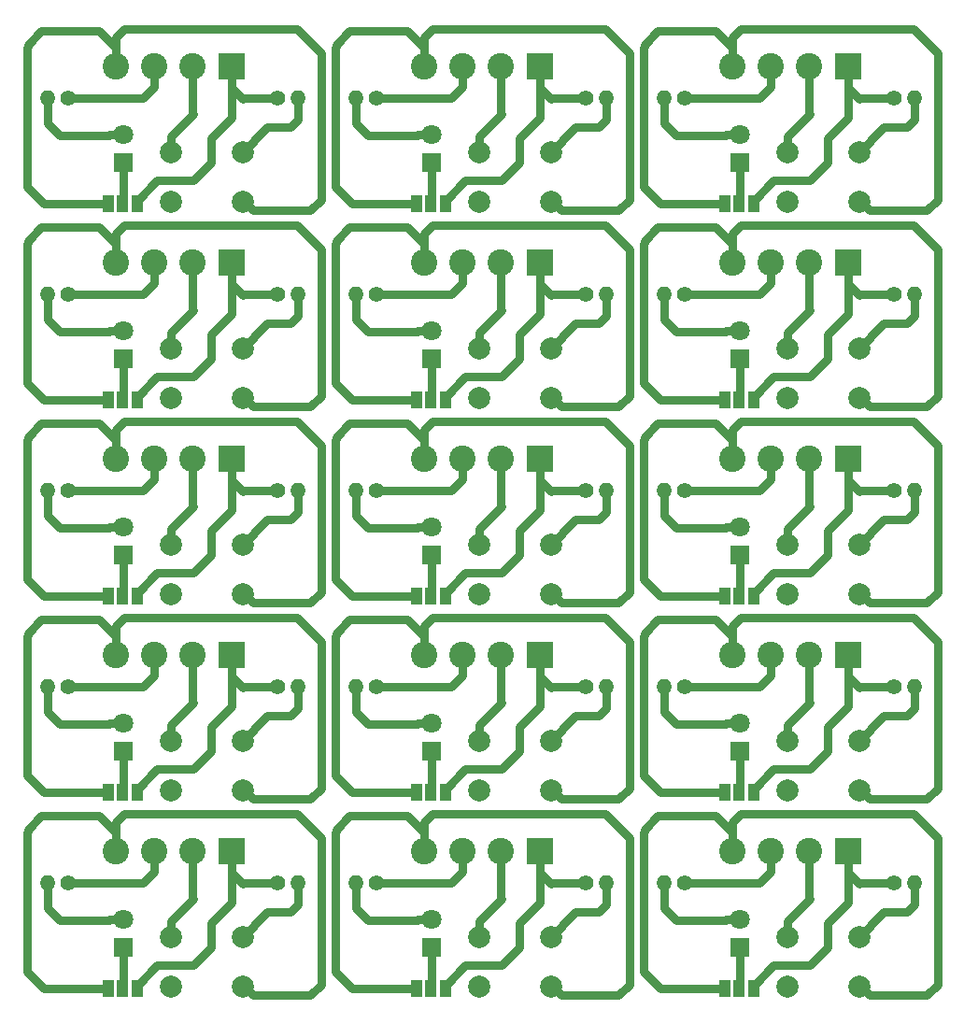
<source format=gbr>
G04 #@! TF.GenerationSoftware,KiCad,Pcbnew,5.1.5-52549c5~86~ubuntu18.04.1*
G04 #@! TF.CreationDate,2020-09-25T18:23:52-05:00*
G04 #@! TF.ProjectId,,58585858-5858-4585-9858-585858585858,rev?*
G04 #@! TF.SameCoordinates,Original*
G04 #@! TF.FileFunction,Copper,L1,Top*
G04 #@! TF.FilePolarity,Positive*
%FSLAX46Y46*%
G04 Gerber Fmt 4.6, Leading zero omitted, Abs format (unit mm)*
G04 Created by KiCad (PCBNEW 5.1.5-52549c5~86~ubuntu18.04.1) date 2020-09-25 18:23:52*
%MOMM*%
%LPD*%
G04 APERTURE LIST*
%ADD10C,1.400000*%
%ADD11O,1.400000X1.400000*%
%ADD12R,1.000000X1.500000*%
%ADD13R,1.800000X1.800000*%
%ADD14C,1.800000*%
%ADD15C,2.000000*%
%ADD16R,2.400000X2.400000*%
%ADD17C,2.400000*%
%ADD18C,0.750000*%
G04 APERTURE END LIST*
D10*
X152781000Y-148107400D03*
D11*
X150881000Y-148107400D03*
D10*
X124841000Y-148107400D03*
D11*
X122941000Y-148107400D03*
D10*
X96901000Y-148107400D03*
D11*
X95001000Y-148107400D03*
D10*
X152781000Y-130327400D03*
D11*
X150881000Y-130327400D03*
D10*
X124841000Y-130327400D03*
D11*
X122941000Y-130327400D03*
D10*
X96901000Y-130327400D03*
D11*
X95001000Y-130327400D03*
D10*
X152781000Y-112547400D03*
D11*
X150881000Y-112547400D03*
D10*
X124841000Y-112547400D03*
D11*
X122941000Y-112547400D03*
D10*
X96901000Y-112547400D03*
D11*
X95001000Y-112547400D03*
D10*
X152781000Y-94767400D03*
D11*
X150881000Y-94767400D03*
D10*
X124841000Y-94767400D03*
D11*
X122941000Y-94767400D03*
D10*
X96901000Y-94767400D03*
D11*
X95001000Y-94767400D03*
D10*
X152781000Y-76987400D03*
D11*
X150881000Y-76987400D03*
D10*
X124841000Y-76987400D03*
D11*
X122941000Y-76987400D03*
D12*
X158983200Y-157657800D03*
X157683200Y-157657800D03*
X156383200Y-157657800D03*
X131043200Y-157657800D03*
X129743200Y-157657800D03*
X128443200Y-157657800D03*
X103103200Y-157657800D03*
X101803200Y-157657800D03*
X100503200Y-157657800D03*
X158983200Y-139877800D03*
X157683200Y-139877800D03*
X156383200Y-139877800D03*
X131043200Y-139877800D03*
X129743200Y-139877800D03*
X128443200Y-139877800D03*
X103103200Y-139877800D03*
X101803200Y-139877800D03*
X100503200Y-139877800D03*
X158983200Y-122097800D03*
X157683200Y-122097800D03*
X156383200Y-122097800D03*
X131043200Y-122097800D03*
X129743200Y-122097800D03*
X128443200Y-122097800D03*
X103103200Y-122097800D03*
X101803200Y-122097800D03*
X100503200Y-122097800D03*
X158983200Y-104317800D03*
X157683200Y-104317800D03*
X156383200Y-104317800D03*
X131043200Y-104317800D03*
X129743200Y-104317800D03*
X128443200Y-104317800D03*
X103103200Y-104317800D03*
X101803200Y-104317800D03*
X100503200Y-104317800D03*
X158983200Y-86537800D03*
X157683200Y-86537800D03*
X156383200Y-86537800D03*
X131043200Y-86537800D03*
X129743200Y-86537800D03*
X128443200Y-86537800D03*
D10*
X171678600Y-148158200D03*
D11*
X173578600Y-148158200D03*
D10*
X143738600Y-148158200D03*
D11*
X145638600Y-148158200D03*
D10*
X115798600Y-148158200D03*
D11*
X117698600Y-148158200D03*
D10*
X171678600Y-130378200D03*
D11*
X173578600Y-130378200D03*
D10*
X143738600Y-130378200D03*
D11*
X145638600Y-130378200D03*
D10*
X115798600Y-130378200D03*
D11*
X117698600Y-130378200D03*
D10*
X171678600Y-112598200D03*
D11*
X173578600Y-112598200D03*
D10*
X143738600Y-112598200D03*
D11*
X145638600Y-112598200D03*
D10*
X115798600Y-112598200D03*
D11*
X117698600Y-112598200D03*
D10*
X171678600Y-94818200D03*
D11*
X173578600Y-94818200D03*
D10*
X143738600Y-94818200D03*
D11*
X145638600Y-94818200D03*
D10*
X115798600Y-94818200D03*
D11*
X117698600Y-94818200D03*
D10*
X171678600Y-77038200D03*
D11*
X173578600Y-77038200D03*
D10*
X143738600Y-77038200D03*
D11*
X145638600Y-77038200D03*
D13*
X157734000Y-154000200D03*
D14*
X157734000Y-151460200D03*
D13*
X129794000Y-154000200D03*
D14*
X129794000Y-151460200D03*
D13*
X101854000Y-154000200D03*
D14*
X101854000Y-151460200D03*
D13*
X157734000Y-136220200D03*
D14*
X157734000Y-133680200D03*
D13*
X129794000Y-136220200D03*
D14*
X129794000Y-133680200D03*
D13*
X101854000Y-136220200D03*
D14*
X101854000Y-133680200D03*
D13*
X157734000Y-118440200D03*
D14*
X157734000Y-115900200D03*
D13*
X129794000Y-118440200D03*
D14*
X129794000Y-115900200D03*
D13*
X101854000Y-118440200D03*
D14*
X101854000Y-115900200D03*
D13*
X157734000Y-100660200D03*
D14*
X157734000Y-98120200D03*
D13*
X129794000Y-100660200D03*
D14*
X129794000Y-98120200D03*
D13*
X101854000Y-100660200D03*
D14*
X101854000Y-98120200D03*
D13*
X157734000Y-82880200D03*
D14*
X157734000Y-80340200D03*
D13*
X129794000Y-82880200D03*
D14*
X129794000Y-80340200D03*
D15*
X168579800Y-153030800D03*
X168579800Y-157530800D03*
X162079800Y-153030800D03*
X162079800Y-157530800D03*
X140639800Y-153030800D03*
X140639800Y-157530800D03*
X134139800Y-153030800D03*
X134139800Y-157530800D03*
X112699800Y-153030800D03*
X112699800Y-157530800D03*
X106199800Y-153030800D03*
X106199800Y-157530800D03*
X168579800Y-135250800D03*
X168579800Y-139750800D03*
X162079800Y-135250800D03*
X162079800Y-139750800D03*
X140639800Y-135250800D03*
X140639800Y-139750800D03*
X134139800Y-135250800D03*
X134139800Y-139750800D03*
X112699800Y-135250800D03*
X112699800Y-139750800D03*
X106199800Y-135250800D03*
X106199800Y-139750800D03*
X168579800Y-117470800D03*
X168579800Y-121970800D03*
X162079800Y-117470800D03*
X162079800Y-121970800D03*
X140639800Y-117470800D03*
X140639800Y-121970800D03*
X134139800Y-117470800D03*
X134139800Y-121970800D03*
X112699800Y-117470800D03*
X112699800Y-121970800D03*
X106199800Y-117470800D03*
X106199800Y-121970800D03*
X168579800Y-99690800D03*
X168579800Y-104190800D03*
X162079800Y-99690800D03*
X162079800Y-104190800D03*
X140639800Y-99690800D03*
X140639800Y-104190800D03*
X134139800Y-99690800D03*
X134139800Y-104190800D03*
X112699800Y-99690800D03*
X112699800Y-104190800D03*
X106199800Y-99690800D03*
X106199800Y-104190800D03*
X168579800Y-81910800D03*
X168579800Y-86410800D03*
X162079800Y-81910800D03*
X162079800Y-86410800D03*
X140639800Y-81910800D03*
X140639800Y-86410800D03*
X134139800Y-81910800D03*
X134139800Y-86410800D03*
D16*
X167540800Y-145234200D03*
D17*
X164040800Y-145234200D03*
X160540800Y-145234200D03*
X157040800Y-145234200D03*
D16*
X139600800Y-145234200D03*
D17*
X136100800Y-145234200D03*
X132600800Y-145234200D03*
X129100800Y-145234200D03*
D16*
X111660800Y-145234200D03*
D17*
X108160800Y-145234200D03*
X104660800Y-145234200D03*
X101160800Y-145234200D03*
D16*
X167540800Y-127454200D03*
D17*
X164040800Y-127454200D03*
X160540800Y-127454200D03*
X157040800Y-127454200D03*
D16*
X139600800Y-127454200D03*
D17*
X136100800Y-127454200D03*
X132600800Y-127454200D03*
X129100800Y-127454200D03*
D16*
X111660800Y-127454200D03*
D17*
X108160800Y-127454200D03*
X104660800Y-127454200D03*
X101160800Y-127454200D03*
D16*
X167540800Y-109674200D03*
D17*
X164040800Y-109674200D03*
X160540800Y-109674200D03*
X157040800Y-109674200D03*
D16*
X139600800Y-109674200D03*
D17*
X136100800Y-109674200D03*
X132600800Y-109674200D03*
X129100800Y-109674200D03*
D16*
X111660800Y-109674200D03*
D17*
X108160800Y-109674200D03*
X104660800Y-109674200D03*
X101160800Y-109674200D03*
D16*
X167540800Y-91894200D03*
D17*
X164040800Y-91894200D03*
X160540800Y-91894200D03*
X157040800Y-91894200D03*
D16*
X139600800Y-91894200D03*
D17*
X136100800Y-91894200D03*
X132600800Y-91894200D03*
X129100800Y-91894200D03*
D16*
X111660800Y-91894200D03*
D17*
X108160800Y-91894200D03*
X104660800Y-91894200D03*
X101160800Y-91894200D03*
D16*
X167540800Y-74114200D03*
D17*
X164040800Y-74114200D03*
X160540800Y-74114200D03*
X157040800Y-74114200D03*
D16*
X139600800Y-74114200D03*
D17*
X136100800Y-74114200D03*
X132600800Y-74114200D03*
X129100800Y-74114200D03*
D11*
X95001000Y-76987400D03*
D10*
X96901000Y-76987400D03*
D11*
X117698600Y-77038200D03*
D10*
X115798600Y-77038200D03*
D12*
X100503200Y-86537800D03*
X101803200Y-86537800D03*
X103103200Y-86537800D03*
D14*
X101854000Y-80340200D03*
D13*
X101854000Y-82880200D03*
D17*
X101160800Y-74114200D03*
X104660800Y-74114200D03*
X108160800Y-74114200D03*
D16*
X111660800Y-74114200D03*
D15*
X106199800Y-86410800D03*
X106199800Y-81910800D03*
X112699800Y-86410800D03*
X112699800Y-81910800D03*
D18*
X112699800Y-86410800D02*
X112852200Y-86410800D01*
X112852200Y-86410800D02*
X113639600Y-87198200D01*
X118821200Y-87198200D02*
X119780790Y-86238610D01*
X113639600Y-87198200D02*
X118821200Y-87198200D01*
X119780790Y-86238610D02*
X119780790Y-72892390D01*
X119780790Y-72892390D02*
X117602610Y-70714210D01*
X117602610Y-70714210D02*
X101980390Y-70714210D01*
X101160800Y-71533800D02*
X101160800Y-74114200D01*
X101980390Y-70714210D02*
X101160800Y-71533800D01*
X93141800Y-85013800D02*
X94665800Y-86537800D01*
X94665800Y-86537800D02*
X100503200Y-86537800D01*
X93141800Y-72390000D02*
X93141800Y-85013800D01*
X101160800Y-72417144D02*
X99660456Y-70916800D01*
X101160800Y-74114200D02*
X101160800Y-72417144D01*
X99660456Y-70916800D02*
X94411800Y-70916800D01*
X94411800Y-70916800D02*
X93192600Y-72136000D01*
X93192600Y-72136000D02*
X93192600Y-72339200D01*
X93192600Y-72339200D02*
X93141800Y-72390000D01*
X121081800Y-85013800D02*
X122605800Y-86537800D01*
X149021800Y-85013800D02*
X150545800Y-86537800D01*
X93141800Y-102793800D02*
X94665800Y-104317800D01*
X121081800Y-102793800D02*
X122605800Y-104317800D01*
X149021800Y-102793800D02*
X150545800Y-104317800D01*
X93141800Y-120573800D02*
X94665800Y-122097800D01*
X121081800Y-120573800D02*
X122605800Y-122097800D01*
X149021800Y-120573800D02*
X150545800Y-122097800D01*
X93141800Y-138353800D02*
X94665800Y-139877800D01*
X121081800Y-138353800D02*
X122605800Y-139877800D01*
X149021800Y-138353800D02*
X150545800Y-139877800D01*
X93141800Y-156133800D02*
X94665800Y-157657800D01*
X121081800Y-156133800D02*
X122605800Y-157657800D01*
X149021800Y-156133800D02*
X150545800Y-157657800D01*
X122605800Y-86537800D02*
X128443200Y-86537800D01*
X150545800Y-86537800D02*
X156383200Y-86537800D01*
X94665800Y-104317800D02*
X100503200Y-104317800D01*
X122605800Y-104317800D02*
X128443200Y-104317800D01*
X150545800Y-104317800D02*
X156383200Y-104317800D01*
X94665800Y-122097800D02*
X100503200Y-122097800D01*
X122605800Y-122097800D02*
X128443200Y-122097800D01*
X150545800Y-122097800D02*
X156383200Y-122097800D01*
X94665800Y-139877800D02*
X100503200Y-139877800D01*
X122605800Y-139877800D02*
X128443200Y-139877800D01*
X150545800Y-139877800D02*
X156383200Y-139877800D01*
X94665800Y-157657800D02*
X100503200Y-157657800D01*
X122605800Y-157657800D02*
X128443200Y-157657800D01*
X150545800Y-157657800D02*
X156383200Y-157657800D01*
X121132600Y-72136000D02*
X121132600Y-72339200D01*
X149072600Y-72136000D02*
X149072600Y-72339200D01*
X93192600Y-89916000D02*
X93192600Y-90119200D01*
X121132600Y-89916000D02*
X121132600Y-90119200D01*
X149072600Y-89916000D02*
X149072600Y-90119200D01*
X93192600Y-107696000D02*
X93192600Y-107899200D01*
X121132600Y-107696000D02*
X121132600Y-107899200D01*
X149072600Y-107696000D02*
X149072600Y-107899200D01*
X93192600Y-125476000D02*
X93192600Y-125679200D01*
X121132600Y-125476000D02*
X121132600Y-125679200D01*
X149072600Y-125476000D02*
X149072600Y-125679200D01*
X93192600Y-143256000D02*
X93192600Y-143459200D01*
X121132600Y-143256000D02*
X121132600Y-143459200D01*
X149072600Y-143256000D02*
X149072600Y-143459200D01*
X129920390Y-70714210D02*
X129100800Y-71533800D01*
X157860390Y-70714210D02*
X157040800Y-71533800D01*
X101980390Y-88494210D02*
X101160800Y-89313800D01*
X129920390Y-88494210D02*
X129100800Y-89313800D01*
X157860390Y-88494210D02*
X157040800Y-89313800D01*
X101980390Y-106274210D02*
X101160800Y-107093800D01*
X129920390Y-106274210D02*
X129100800Y-107093800D01*
X157860390Y-106274210D02*
X157040800Y-107093800D01*
X101980390Y-124054210D02*
X101160800Y-124873800D01*
X129920390Y-124054210D02*
X129100800Y-124873800D01*
X157860390Y-124054210D02*
X157040800Y-124873800D01*
X101980390Y-141834210D02*
X101160800Y-142653800D01*
X129920390Y-141834210D02*
X129100800Y-142653800D01*
X157860390Y-141834210D02*
X157040800Y-142653800D01*
X127600456Y-70916800D02*
X122351800Y-70916800D01*
X155540456Y-70916800D02*
X150291800Y-70916800D01*
X99660456Y-88696800D02*
X94411800Y-88696800D01*
X127600456Y-88696800D02*
X122351800Y-88696800D01*
X155540456Y-88696800D02*
X150291800Y-88696800D01*
X99660456Y-106476800D02*
X94411800Y-106476800D01*
X127600456Y-106476800D02*
X122351800Y-106476800D01*
X155540456Y-106476800D02*
X150291800Y-106476800D01*
X99660456Y-124256800D02*
X94411800Y-124256800D01*
X127600456Y-124256800D02*
X122351800Y-124256800D01*
X155540456Y-124256800D02*
X150291800Y-124256800D01*
X99660456Y-142036800D02*
X94411800Y-142036800D01*
X127600456Y-142036800D02*
X122351800Y-142036800D01*
X155540456Y-142036800D02*
X150291800Y-142036800D01*
X129100800Y-71533800D02*
X129100800Y-74114200D01*
X157040800Y-71533800D02*
X157040800Y-74114200D01*
X101160800Y-89313800D02*
X101160800Y-91894200D01*
X129100800Y-89313800D02*
X129100800Y-91894200D01*
X157040800Y-89313800D02*
X157040800Y-91894200D01*
X101160800Y-107093800D02*
X101160800Y-109674200D01*
X129100800Y-107093800D02*
X129100800Y-109674200D01*
X157040800Y-107093800D02*
X157040800Y-109674200D01*
X101160800Y-124873800D02*
X101160800Y-127454200D01*
X129100800Y-124873800D02*
X129100800Y-127454200D01*
X157040800Y-124873800D02*
X157040800Y-127454200D01*
X101160800Y-142653800D02*
X101160800Y-145234200D01*
X129100800Y-142653800D02*
X129100800Y-145234200D01*
X157040800Y-142653800D02*
X157040800Y-145234200D01*
X129100800Y-74114200D02*
X129100800Y-72417144D01*
X157040800Y-74114200D02*
X157040800Y-72417144D01*
X101160800Y-91894200D02*
X101160800Y-90197144D01*
X129100800Y-91894200D02*
X129100800Y-90197144D01*
X157040800Y-91894200D02*
X157040800Y-90197144D01*
X101160800Y-109674200D02*
X101160800Y-107977144D01*
X129100800Y-109674200D02*
X129100800Y-107977144D01*
X157040800Y-109674200D02*
X157040800Y-107977144D01*
X101160800Y-127454200D02*
X101160800Y-125757144D01*
X129100800Y-127454200D02*
X129100800Y-125757144D01*
X157040800Y-127454200D02*
X157040800Y-125757144D01*
X101160800Y-145234200D02*
X101160800Y-143537144D01*
X129100800Y-145234200D02*
X129100800Y-143537144D01*
X157040800Y-145234200D02*
X157040800Y-143537144D01*
X147720790Y-72892390D02*
X145542610Y-70714210D01*
X175660790Y-72892390D02*
X173482610Y-70714210D01*
X119780790Y-90672390D02*
X117602610Y-88494210D01*
X147720790Y-90672390D02*
X145542610Y-88494210D01*
X175660790Y-90672390D02*
X173482610Y-88494210D01*
X119780790Y-108452390D02*
X117602610Y-106274210D01*
X147720790Y-108452390D02*
X145542610Y-106274210D01*
X175660790Y-108452390D02*
X173482610Y-106274210D01*
X119780790Y-126232390D02*
X117602610Y-124054210D01*
X147720790Y-126232390D02*
X145542610Y-124054210D01*
X175660790Y-126232390D02*
X173482610Y-124054210D01*
X119780790Y-144012390D02*
X117602610Y-141834210D01*
X147720790Y-144012390D02*
X145542610Y-141834210D01*
X175660790Y-144012390D02*
X173482610Y-141834210D01*
X146761200Y-87198200D02*
X147720790Y-86238610D01*
X174701200Y-87198200D02*
X175660790Y-86238610D01*
X118821200Y-104978200D02*
X119780790Y-104018610D01*
X146761200Y-104978200D02*
X147720790Y-104018610D01*
X174701200Y-104978200D02*
X175660790Y-104018610D01*
X118821200Y-122758200D02*
X119780790Y-121798610D01*
X146761200Y-122758200D02*
X147720790Y-121798610D01*
X174701200Y-122758200D02*
X175660790Y-121798610D01*
X118821200Y-140538200D02*
X119780790Y-139578610D01*
X146761200Y-140538200D02*
X147720790Y-139578610D01*
X174701200Y-140538200D02*
X175660790Y-139578610D01*
X118821200Y-158318200D02*
X119780790Y-157358610D01*
X146761200Y-158318200D02*
X147720790Y-157358610D01*
X174701200Y-158318200D02*
X175660790Y-157358610D01*
X140792200Y-86410800D02*
X141579600Y-87198200D01*
X168732200Y-86410800D02*
X169519600Y-87198200D01*
X112852200Y-104190800D02*
X113639600Y-104978200D01*
X140792200Y-104190800D02*
X141579600Y-104978200D01*
X168732200Y-104190800D02*
X169519600Y-104978200D01*
X112852200Y-121970800D02*
X113639600Y-122758200D01*
X140792200Y-121970800D02*
X141579600Y-122758200D01*
X168732200Y-121970800D02*
X169519600Y-122758200D01*
X112852200Y-139750800D02*
X113639600Y-140538200D01*
X140792200Y-139750800D02*
X141579600Y-140538200D01*
X168732200Y-139750800D02*
X169519600Y-140538200D01*
X112852200Y-157530800D02*
X113639600Y-158318200D01*
X140792200Y-157530800D02*
X141579600Y-158318200D01*
X168732200Y-157530800D02*
X169519600Y-158318200D01*
X147720790Y-86238610D02*
X147720790Y-72892390D01*
X175660790Y-86238610D02*
X175660790Y-72892390D01*
X119780790Y-104018610D02*
X119780790Y-90672390D01*
X147720790Y-104018610D02*
X147720790Y-90672390D01*
X175660790Y-104018610D02*
X175660790Y-90672390D01*
X119780790Y-121798610D02*
X119780790Y-108452390D01*
X147720790Y-121798610D02*
X147720790Y-108452390D01*
X175660790Y-121798610D02*
X175660790Y-108452390D01*
X119780790Y-139578610D02*
X119780790Y-126232390D01*
X147720790Y-139578610D02*
X147720790Y-126232390D01*
X175660790Y-139578610D02*
X175660790Y-126232390D01*
X119780790Y-157358610D02*
X119780790Y-144012390D01*
X147720790Y-157358610D02*
X147720790Y-144012390D01*
X175660790Y-157358610D02*
X175660790Y-144012390D01*
X145542610Y-70714210D02*
X129920390Y-70714210D01*
X173482610Y-70714210D02*
X157860390Y-70714210D01*
X117602610Y-88494210D02*
X101980390Y-88494210D01*
X145542610Y-88494210D02*
X129920390Y-88494210D01*
X173482610Y-88494210D02*
X157860390Y-88494210D01*
X117602610Y-106274210D02*
X101980390Y-106274210D01*
X145542610Y-106274210D02*
X129920390Y-106274210D01*
X173482610Y-106274210D02*
X157860390Y-106274210D01*
X117602610Y-124054210D02*
X101980390Y-124054210D01*
X145542610Y-124054210D02*
X129920390Y-124054210D01*
X173482610Y-124054210D02*
X157860390Y-124054210D01*
X117602610Y-141834210D02*
X101980390Y-141834210D01*
X145542610Y-141834210D02*
X129920390Y-141834210D01*
X173482610Y-141834210D02*
X157860390Y-141834210D01*
X141579600Y-87198200D02*
X146761200Y-87198200D01*
X169519600Y-87198200D02*
X174701200Y-87198200D01*
X113639600Y-104978200D02*
X118821200Y-104978200D01*
X141579600Y-104978200D02*
X146761200Y-104978200D01*
X169519600Y-104978200D02*
X174701200Y-104978200D01*
X113639600Y-122758200D02*
X118821200Y-122758200D01*
X141579600Y-122758200D02*
X146761200Y-122758200D01*
X169519600Y-122758200D02*
X174701200Y-122758200D01*
X113639600Y-140538200D02*
X118821200Y-140538200D01*
X141579600Y-140538200D02*
X146761200Y-140538200D01*
X169519600Y-140538200D02*
X174701200Y-140538200D01*
X113639600Y-158318200D02*
X118821200Y-158318200D01*
X141579600Y-158318200D02*
X146761200Y-158318200D01*
X169519600Y-158318200D02*
X174701200Y-158318200D01*
X121081800Y-72390000D02*
X121081800Y-85013800D01*
X149021800Y-72390000D02*
X149021800Y-85013800D01*
X93141800Y-90170000D02*
X93141800Y-102793800D01*
X121081800Y-90170000D02*
X121081800Y-102793800D01*
X149021800Y-90170000D02*
X149021800Y-102793800D01*
X93141800Y-107950000D02*
X93141800Y-120573800D01*
X121081800Y-107950000D02*
X121081800Y-120573800D01*
X149021800Y-107950000D02*
X149021800Y-120573800D01*
X93141800Y-125730000D02*
X93141800Y-138353800D01*
X121081800Y-125730000D02*
X121081800Y-138353800D01*
X149021800Y-125730000D02*
X149021800Y-138353800D01*
X93141800Y-143510000D02*
X93141800Y-156133800D01*
X121081800Y-143510000D02*
X121081800Y-156133800D01*
X149021800Y-143510000D02*
X149021800Y-156133800D01*
X129100800Y-72417144D02*
X127600456Y-70916800D01*
X157040800Y-72417144D02*
X155540456Y-70916800D01*
X101160800Y-90197144D02*
X99660456Y-88696800D01*
X129100800Y-90197144D02*
X127600456Y-88696800D01*
X157040800Y-90197144D02*
X155540456Y-88696800D01*
X101160800Y-107977144D02*
X99660456Y-106476800D01*
X129100800Y-107977144D02*
X127600456Y-106476800D01*
X157040800Y-107977144D02*
X155540456Y-106476800D01*
X101160800Y-125757144D02*
X99660456Y-124256800D01*
X129100800Y-125757144D02*
X127600456Y-124256800D01*
X157040800Y-125757144D02*
X155540456Y-124256800D01*
X101160800Y-143537144D02*
X99660456Y-142036800D01*
X129100800Y-143537144D02*
X127600456Y-142036800D01*
X157040800Y-143537144D02*
X155540456Y-142036800D01*
X122351800Y-70916800D02*
X121132600Y-72136000D01*
X150291800Y-70916800D02*
X149072600Y-72136000D01*
X94411800Y-88696800D02*
X93192600Y-89916000D01*
X122351800Y-88696800D02*
X121132600Y-89916000D01*
X150291800Y-88696800D02*
X149072600Y-89916000D01*
X94411800Y-106476800D02*
X93192600Y-107696000D01*
X122351800Y-106476800D02*
X121132600Y-107696000D01*
X150291800Y-106476800D02*
X149072600Y-107696000D01*
X94411800Y-124256800D02*
X93192600Y-125476000D01*
X122351800Y-124256800D02*
X121132600Y-125476000D01*
X150291800Y-124256800D02*
X149072600Y-125476000D01*
X94411800Y-142036800D02*
X93192600Y-143256000D01*
X122351800Y-142036800D02*
X121132600Y-143256000D01*
X150291800Y-142036800D02*
X149072600Y-143256000D01*
X121132600Y-72339200D02*
X121081800Y-72390000D01*
X149072600Y-72339200D02*
X149021800Y-72390000D01*
X93192600Y-90119200D02*
X93141800Y-90170000D01*
X121132600Y-90119200D02*
X121081800Y-90170000D01*
X149072600Y-90119200D02*
X149021800Y-90170000D01*
X93192600Y-107899200D02*
X93141800Y-107950000D01*
X121132600Y-107899200D02*
X121081800Y-107950000D01*
X149072600Y-107899200D02*
X149021800Y-107950000D01*
X93192600Y-125679200D02*
X93141800Y-125730000D01*
X121132600Y-125679200D02*
X121081800Y-125730000D01*
X149072600Y-125679200D02*
X149021800Y-125730000D01*
X93192600Y-143459200D02*
X93141800Y-143510000D01*
X121132600Y-143459200D02*
X121081800Y-143510000D01*
X149072600Y-143459200D02*
X149021800Y-143510000D01*
X140639800Y-86410800D02*
X140792200Y-86410800D01*
X168579800Y-86410800D02*
X168732200Y-86410800D01*
X112699800Y-104190800D02*
X112852200Y-104190800D01*
X140639800Y-104190800D02*
X140792200Y-104190800D01*
X168579800Y-104190800D02*
X168732200Y-104190800D01*
X112699800Y-121970800D02*
X112852200Y-121970800D01*
X140639800Y-121970800D02*
X140792200Y-121970800D01*
X168579800Y-121970800D02*
X168732200Y-121970800D01*
X112699800Y-139750800D02*
X112852200Y-139750800D01*
X140639800Y-139750800D02*
X140792200Y-139750800D01*
X168579800Y-139750800D02*
X168732200Y-139750800D01*
X112699800Y-157530800D02*
X112852200Y-157530800D01*
X140639800Y-157530800D02*
X140792200Y-157530800D01*
X168579800Y-157530800D02*
X168732200Y-157530800D01*
X97890949Y-76987400D02*
X97916349Y-77012800D01*
X96901000Y-76987400D02*
X97890949Y-76987400D01*
X97916349Y-77012800D02*
X103657400Y-77012800D01*
X104660800Y-76009400D02*
X104660800Y-74114200D01*
X103657400Y-77012800D02*
X104660800Y-76009400D01*
X132600800Y-76009400D02*
X132600800Y-74114200D01*
X160540800Y-76009400D02*
X160540800Y-74114200D01*
X104660800Y-93789400D02*
X104660800Y-91894200D01*
X132600800Y-93789400D02*
X132600800Y-91894200D01*
X160540800Y-93789400D02*
X160540800Y-91894200D01*
X104660800Y-111569400D02*
X104660800Y-109674200D01*
X132600800Y-111569400D02*
X132600800Y-109674200D01*
X160540800Y-111569400D02*
X160540800Y-109674200D01*
X104660800Y-129349400D02*
X104660800Y-127454200D01*
X132600800Y-129349400D02*
X132600800Y-127454200D01*
X160540800Y-129349400D02*
X160540800Y-127454200D01*
X104660800Y-147129400D02*
X104660800Y-145234200D01*
X132600800Y-147129400D02*
X132600800Y-145234200D01*
X160540800Y-147129400D02*
X160540800Y-145234200D01*
X125856349Y-77012800D02*
X131597400Y-77012800D01*
X153796349Y-77012800D02*
X159537400Y-77012800D01*
X97916349Y-94792800D02*
X103657400Y-94792800D01*
X125856349Y-94792800D02*
X131597400Y-94792800D01*
X153796349Y-94792800D02*
X159537400Y-94792800D01*
X97916349Y-112572800D02*
X103657400Y-112572800D01*
X125856349Y-112572800D02*
X131597400Y-112572800D01*
X153796349Y-112572800D02*
X159537400Y-112572800D01*
X97916349Y-130352800D02*
X103657400Y-130352800D01*
X125856349Y-130352800D02*
X131597400Y-130352800D01*
X153796349Y-130352800D02*
X159537400Y-130352800D01*
X97916349Y-148132800D02*
X103657400Y-148132800D01*
X125856349Y-148132800D02*
X131597400Y-148132800D01*
X153796349Y-148132800D02*
X159537400Y-148132800D01*
X125830949Y-76987400D02*
X125856349Y-77012800D01*
X153770949Y-76987400D02*
X153796349Y-77012800D01*
X97890949Y-94767400D02*
X97916349Y-94792800D01*
X125830949Y-94767400D02*
X125856349Y-94792800D01*
X153770949Y-94767400D02*
X153796349Y-94792800D01*
X97890949Y-112547400D02*
X97916349Y-112572800D01*
X125830949Y-112547400D02*
X125856349Y-112572800D01*
X153770949Y-112547400D02*
X153796349Y-112572800D01*
X97890949Y-130327400D02*
X97916349Y-130352800D01*
X125830949Y-130327400D02*
X125856349Y-130352800D01*
X153770949Y-130327400D02*
X153796349Y-130352800D01*
X97890949Y-148107400D02*
X97916349Y-148132800D01*
X125830949Y-148107400D02*
X125856349Y-148132800D01*
X153770949Y-148107400D02*
X153796349Y-148132800D01*
X131597400Y-77012800D02*
X132600800Y-76009400D01*
X159537400Y-77012800D02*
X160540800Y-76009400D01*
X103657400Y-94792800D02*
X104660800Y-93789400D01*
X131597400Y-94792800D02*
X132600800Y-93789400D01*
X159537400Y-94792800D02*
X160540800Y-93789400D01*
X103657400Y-112572800D02*
X104660800Y-111569400D01*
X131597400Y-112572800D02*
X132600800Y-111569400D01*
X159537400Y-112572800D02*
X160540800Y-111569400D01*
X103657400Y-130352800D02*
X104660800Y-129349400D01*
X131597400Y-130352800D02*
X132600800Y-129349400D01*
X159537400Y-130352800D02*
X160540800Y-129349400D01*
X103657400Y-148132800D02*
X104660800Y-147129400D01*
X131597400Y-148132800D02*
X132600800Y-147129400D01*
X159537400Y-148132800D02*
X160540800Y-147129400D01*
X124841000Y-76987400D02*
X125830949Y-76987400D01*
X152781000Y-76987400D02*
X153770949Y-76987400D01*
X96901000Y-94767400D02*
X97890949Y-94767400D01*
X124841000Y-94767400D02*
X125830949Y-94767400D01*
X152781000Y-94767400D02*
X153770949Y-94767400D01*
X96901000Y-112547400D02*
X97890949Y-112547400D01*
X124841000Y-112547400D02*
X125830949Y-112547400D01*
X152781000Y-112547400D02*
X153770949Y-112547400D01*
X96901000Y-130327400D02*
X97890949Y-130327400D01*
X124841000Y-130327400D02*
X125830949Y-130327400D01*
X152781000Y-130327400D02*
X153770949Y-130327400D01*
X96901000Y-148107400D02*
X97890949Y-148107400D01*
X124841000Y-148107400D02*
X125830949Y-148107400D01*
X152781000Y-148107400D02*
X153770949Y-148107400D01*
X113699799Y-80910801D02*
X113699799Y-80813401D01*
X112699800Y-81910800D02*
X113699799Y-80910801D01*
X113699799Y-80813401D02*
X114858800Y-79654400D01*
X114858800Y-79654400D02*
X116992400Y-79654400D01*
X117698600Y-78948200D02*
X117698600Y-77038200D01*
X116992400Y-79654400D02*
X117698600Y-78948200D01*
X106199800Y-80496587D02*
X108229400Y-78466987D01*
X106199800Y-81910800D02*
X106199800Y-80496587D01*
X108160800Y-78398387D02*
X108160800Y-74114200D01*
X108229400Y-78466987D02*
X108160800Y-78398387D01*
X136169400Y-78466987D02*
X136100800Y-78398387D01*
X164109400Y-78466987D02*
X164040800Y-78398387D01*
X108229400Y-96246987D02*
X108160800Y-96178387D01*
X136169400Y-96246987D02*
X136100800Y-96178387D01*
X164109400Y-96246987D02*
X164040800Y-96178387D01*
X108229400Y-114026987D02*
X108160800Y-113958387D01*
X136169400Y-114026987D02*
X136100800Y-113958387D01*
X164109400Y-114026987D02*
X164040800Y-113958387D01*
X108229400Y-131806987D02*
X108160800Y-131738387D01*
X136169400Y-131806987D02*
X136100800Y-131738387D01*
X164109400Y-131806987D02*
X164040800Y-131738387D01*
X108229400Y-149586987D02*
X108160800Y-149518387D01*
X136169400Y-149586987D02*
X136100800Y-149518387D01*
X164109400Y-149586987D02*
X164040800Y-149518387D01*
X145638600Y-78948200D02*
X145638600Y-77038200D01*
X173578600Y-78948200D02*
X173578600Y-77038200D01*
X117698600Y-96728200D02*
X117698600Y-94818200D01*
X145638600Y-96728200D02*
X145638600Y-94818200D01*
X173578600Y-96728200D02*
X173578600Y-94818200D01*
X117698600Y-114508200D02*
X117698600Y-112598200D01*
X145638600Y-114508200D02*
X145638600Y-112598200D01*
X173578600Y-114508200D02*
X173578600Y-112598200D01*
X117698600Y-132288200D02*
X117698600Y-130378200D01*
X145638600Y-132288200D02*
X145638600Y-130378200D01*
X173578600Y-132288200D02*
X173578600Y-130378200D01*
X117698600Y-150068200D02*
X117698600Y-148158200D01*
X145638600Y-150068200D02*
X145638600Y-148158200D01*
X173578600Y-150068200D02*
X173578600Y-148158200D01*
X144932400Y-79654400D02*
X145638600Y-78948200D01*
X172872400Y-79654400D02*
X173578600Y-78948200D01*
X116992400Y-97434400D02*
X117698600Y-96728200D01*
X144932400Y-97434400D02*
X145638600Y-96728200D01*
X172872400Y-97434400D02*
X173578600Y-96728200D01*
X116992400Y-115214400D02*
X117698600Y-114508200D01*
X144932400Y-115214400D02*
X145638600Y-114508200D01*
X172872400Y-115214400D02*
X173578600Y-114508200D01*
X116992400Y-132994400D02*
X117698600Y-132288200D01*
X144932400Y-132994400D02*
X145638600Y-132288200D01*
X172872400Y-132994400D02*
X173578600Y-132288200D01*
X116992400Y-150774400D02*
X117698600Y-150068200D01*
X144932400Y-150774400D02*
X145638600Y-150068200D01*
X172872400Y-150774400D02*
X173578600Y-150068200D01*
X141639799Y-80813401D02*
X142798800Y-79654400D01*
X169579799Y-80813401D02*
X170738800Y-79654400D01*
X113699799Y-98593401D02*
X114858800Y-97434400D01*
X141639799Y-98593401D02*
X142798800Y-97434400D01*
X169579799Y-98593401D02*
X170738800Y-97434400D01*
X113699799Y-116373401D02*
X114858800Y-115214400D01*
X141639799Y-116373401D02*
X142798800Y-115214400D01*
X169579799Y-116373401D02*
X170738800Y-115214400D01*
X113699799Y-134153401D02*
X114858800Y-132994400D01*
X141639799Y-134153401D02*
X142798800Y-132994400D01*
X169579799Y-134153401D02*
X170738800Y-132994400D01*
X113699799Y-151933401D02*
X114858800Y-150774400D01*
X141639799Y-151933401D02*
X142798800Y-150774400D01*
X169579799Y-151933401D02*
X170738800Y-150774400D01*
X134139800Y-80496587D02*
X136169400Y-78466987D01*
X162079800Y-80496587D02*
X164109400Y-78466987D01*
X106199800Y-98276587D02*
X108229400Y-96246987D01*
X134139800Y-98276587D02*
X136169400Y-96246987D01*
X162079800Y-98276587D02*
X164109400Y-96246987D01*
X106199800Y-116056587D02*
X108229400Y-114026987D01*
X134139800Y-116056587D02*
X136169400Y-114026987D01*
X162079800Y-116056587D02*
X164109400Y-114026987D01*
X106199800Y-133836587D02*
X108229400Y-131806987D01*
X134139800Y-133836587D02*
X136169400Y-131806987D01*
X162079800Y-133836587D02*
X164109400Y-131806987D01*
X106199800Y-151616587D02*
X108229400Y-149586987D01*
X134139800Y-151616587D02*
X136169400Y-149586987D01*
X162079800Y-151616587D02*
X164109400Y-149586987D01*
X142798800Y-79654400D02*
X144932400Y-79654400D01*
X170738800Y-79654400D02*
X172872400Y-79654400D01*
X114858800Y-97434400D02*
X116992400Y-97434400D01*
X142798800Y-97434400D02*
X144932400Y-97434400D01*
X170738800Y-97434400D02*
X172872400Y-97434400D01*
X114858800Y-115214400D02*
X116992400Y-115214400D01*
X142798800Y-115214400D02*
X144932400Y-115214400D01*
X170738800Y-115214400D02*
X172872400Y-115214400D01*
X114858800Y-132994400D02*
X116992400Y-132994400D01*
X142798800Y-132994400D02*
X144932400Y-132994400D01*
X170738800Y-132994400D02*
X172872400Y-132994400D01*
X114858800Y-150774400D02*
X116992400Y-150774400D01*
X142798800Y-150774400D02*
X144932400Y-150774400D01*
X170738800Y-150774400D02*
X172872400Y-150774400D01*
X134139800Y-81910800D02*
X134139800Y-80496587D01*
X162079800Y-81910800D02*
X162079800Y-80496587D01*
X106199800Y-99690800D02*
X106199800Y-98276587D01*
X134139800Y-99690800D02*
X134139800Y-98276587D01*
X162079800Y-99690800D02*
X162079800Y-98276587D01*
X106199800Y-117470800D02*
X106199800Y-116056587D01*
X134139800Y-117470800D02*
X134139800Y-116056587D01*
X162079800Y-117470800D02*
X162079800Y-116056587D01*
X106199800Y-135250800D02*
X106199800Y-133836587D01*
X134139800Y-135250800D02*
X134139800Y-133836587D01*
X162079800Y-135250800D02*
X162079800Y-133836587D01*
X106199800Y-153030800D02*
X106199800Y-151616587D01*
X134139800Y-153030800D02*
X134139800Y-151616587D01*
X162079800Y-153030800D02*
X162079800Y-151616587D01*
X136100800Y-78398387D02*
X136100800Y-74114200D01*
X164040800Y-78398387D02*
X164040800Y-74114200D01*
X108160800Y-96178387D02*
X108160800Y-91894200D01*
X136100800Y-96178387D02*
X136100800Y-91894200D01*
X164040800Y-96178387D02*
X164040800Y-91894200D01*
X108160800Y-113958387D02*
X108160800Y-109674200D01*
X136100800Y-113958387D02*
X136100800Y-109674200D01*
X164040800Y-113958387D02*
X164040800Y-109674200D01*
X108160800Y-131738387D02*
X108160800Y-127454200D01*
X136100800Y-131738387D02*
X136100800Y-127454200D01*
X164040800Y-131738387D02*
X164040800Y-127454200D01*
X108160800Y-149518387D02*
X108160800Y-145234200D01*
X136100800Y-149518387D02*
X136100800Y-145234200D01*
X164040800Y-149518387D02*
X164040800Y-145234200D01*
X140639800Y-81910800D02*
X141639799Y-80910801D01*
X168579800Y-81910800D02*
X169579799Y-80910801D01*
X112699800Y-99690800D02*
X113699799Y-98690801D01*
X140639800Y-99690800D02*
X141639799Y-98690801D01*
X168579800Y-99690800D02*
X169579799Y-98690801D01*
X112699800Y-117470800D02*
X113699799Y-116470801D01*
X140639800Y-117470800D02*
X141639799Y-116470801D01*
X168579800Y-117470800D02*
X169579799Y-116470801D01*
X112699800Y-135250800D02*
X113699799Y-134250801D01*
X140639800Y-135250800D02*
X141639799Y-134250801D01*
X168579800Y-135250800D02*
X169579799Y-134250801D01*
X112699800Y-153030800D02*
X113699799Y-152030801D01*
X140639800Y-153030800D02*
X141639799Y-152030801D01*
X168579800Y-153030800D02*
X169579799Y-152030801D01*
X141639799Y-80910801D02*
X141639799Y-80813401D01*
X169579799Y-80910801D02*
X169579799Y-80813401D01*
X113699799Y-98690801D02*
X113699799Y-98593401D01*
X141639799Y-98690801D02*
X141639799Y-98593401D01*
X169579799Y-98690801D02*
X169579799Y-98593401D01*
X113699799Y-116470801D02*
X113699799Y-116373401D01*
X141639799Y-116470801D02*
X141639799Y-116373401D01*
X169579799Y-116470801D02*
X169579799Y-116373401D01*
X113699799Y-134250801D02*
X113699799Y-134153401D01*
X141639799Y-134250801D02*
X141639799Y-134153401D01*
X169579799Y-134250801D02*
X169579799Y-134153401D01*
X113699799Y-152030801D02*
X113699799Y-151933401D01*
X141639799Y-152030801D02*
X141639799Y-151933401D01*
X169579799Y-152030801D02*
X169579799Y-151933401D01*
X111660800Y-76064200D02*
X112711000Y-77114400D01*
X111660800Y-74114200D02*
X111660800Y-76064200D01*
X112787200Y-77038200D02*
X115798600Y-77038200D01*
X112711000Y-77114400D02*
X112787200Y-77038200D01*
X103103200Y-86287800D02*
X104927400Y-84463600D01*
X103103200Y-86537800D02*
X103103200Y-86287800D01*
X104927400Y-84463600D02*
X108220800Y-84463600D01*
X108220800Y-84463600D02*
X109829600Y-82854800D01*
X109829600Y-82854800D02*
X109829600Y-80619600D01*
X111660800Y-78788400D02*
X111660800Y-74114200D01*
X109829600Y-80619600D02*
X111660800Y-78788400D01*
X137769600Y-80619600D02*
X139600800Y-78788400D01*
X165709600Y-80619600D02*
X167540800Y-78788400D01*
X109829600Y-98399600D02*
X111660800Y-96568400D01*
X137769600Y-98399600D02*
X139600800Y-96568400D01*
X165709600Y-98399600D02*
X167540800Y-96568400D01*
X109829600Y-116179600D02*
X111660800Y-114348400D01*
X137769600Y-116179600D02*
X139600800Y-114348400D01*
X165709600Y-116179600D02*
X167540800Y-114348400D01*
X109829600Y-133959600D02*
X111660800Y-132128400D01*
X137769600Y-133959600D02*
X139600800Y-132128400D01*
X165709600Y-133959600D02*
X167540800Y-132128400D01*
X109829600Y-151739600D02*
X111660800Y-149908400D01*
X137769600Y-151739600D02*
X139600800Y-149908400D01*
X165709600Y-151739600D02*
X167540800Y-149908400D01*
X137769600Y-82854800D02*
X137769600Y-80619600D01*
X165709600Y-82854800D02*
X165709600Y-80619600D01*
X109829600Y-100634800D02*
X109829600Y-98399600D01*
X137769600Y-100634800D02*
X137769600Y-98399600D01*
X165709600Y-100634800D02*
X165709600Y-98399600D01*
X109829600Y-118414800D02*
X109829600Y-116179600D01*
X137769600Y-118414800D02*
X137769600Y-116179600D01*
X165709600Y-118414800D02*
X165709600Y-116179600D01*
X109829600Y-136194800D02*
X109829600Y-133959600D01*
X137769600Y-136194800D02*
X137769600Y-133959600D01*
X165709600Y-136194800D02*
X165709600Y-133959600D01*
X109829600Y-153974800D02*
X109829600Y-151739600D01*
X137769600Y-153974800D02*
X137769600Y-151739600D01*
X165709600Y-153974800D02*
X165709600Y-151739600D01*
X139600800Y-78788400D02*
X139600800Y-74114200D01*
X167540800Y-78788400D02*
X167540800Y-74114200D01*
X111660800Y-96568400D02*
X111660800Y-91894200D01*
X139600800Y-96568400D02*
X139600800Y-91894200D01*
X167540800Y-96568400D02*
X167540800Y-91894200D01*
X111660800Y-114348400D02*
X111660800Y-109674200D01*
X139600800Y-114348400D02*
X139600800Y-109674200D01*
X167540800Y-114348400D02*
X167540800Y-109674200D01*
X111660800Y-132128400D02*
X111660800Y-127454200D01*
X139600800Y-132128400D02*
X139600800Y-127454200D01*
X167540800Y-132128400D02*
X167540800Y-127454200D01*
X111660800Y-149908400D02*
X111660800Y-145234200D01*
X139600800Y-149908400D02*
X139600800Y-145234200D01*
X167540800Y-149908400D02*
X167540800Y-145234200D01*
X136160800Y-84463600D02*
X137769600Y-82854800D01*
X164100800Y-84463600D02*
X165709600Y-82854800D01*
X108220800Y-102243600D02*
X109829600Y-100634800D01*
X136160800Y-102243600D02*
X137769600Y-100634800D01*
X164100800Y-102243600D02*
X165709600Y-100634800D01*
X108220800Y-120023600D02*
X109829600Y-118414800D01*
X136160800Y-120023600D02*
X137769600Y-118414800D01*
X164100800Y-120023600D02*
X165709600Y-118414800D01*
X108220800Y-137803600D02*
X109829600Y-136194800D01*
X136160800Y-137803600D02*
X137769600Y-136194800D01*
X164100800Y-137803600D02*
X165709600Y-136194800D01*
X108220800Y-155583600D02*
X109829600Y-153974800D01*
X136160800Y-155583600D02*
X137769600Y-153974800D01*
X164100800Y-155583600D02*
X165709600Y-153974800D01*
X131043200Y-86537800D02*
X131043200Y-86287800D01*
X158983200Y-86537800D02*
X158983200Y-86287800D01*
X103103200Y-104317800D02*
X103103200Y-104067800D01*
X131043200Y-104317800D02*
X131043200Y-104067800D01*
X158983200Y-104317800D02*
X158983200Y-104067800D01*
X103103200Y-122097800D02*
X103103200Y-121847800D01*
X131043200Y-122097800D02*
X131043200Y-121847800D01*
X158983200Y-122097800D02*
X158983200Y-121847800D01*
X103103200Y-139877800D02*
X103103200Y-139627800D01*
X131043200Y-139877800D02*
X131043200Y-139627800D01*
X158983200Y-139877800D02*
X158983200Y-139627800D01*
X103103200Y-157657800D02*
X103103200Y-157407800D01*
X131043200Y-157657800D02*
X131043200Y-157407800D01*
X158983200Y-157657800D02*
X158983200Y-157407800D01*
X131043200Y-86287800D02*
X132867400Y-84463600D01*
X158983200Y-86287800D02*
X160807400Y-84463600D01*
X103103200Y-104067800D02*
X104927400Y-102243600D01*
X131043200Y-104067800D02*
X132867400Y-102243600D01*
X158983200Y-104067800D02*
X160807400Y-102243600D01*
X103103200Y-121847800D02*
X104927400Y-120023600D01*
X131043200Y-121847800D02*
X132867400Y-120023600D01*
X158983200Y-121847800D02*
X160807400Y-120023600D01*
X103103200Y-139627800D02*
X104927400Y-137803600D01*
X131043200Y-139627800D02*
X132867400Y-137803600D01*
X158983200Y-139627800D02*
X160807400Y-137803600D01*
X103103200Y-157407800D02*
X104927400Y-155583600D01*
X131043200Y-157407800D02*
X132867400Y-155583600D01*
X158983200Y-157407800D02*
X160807400Y-155583600D01*
X139600800Y-76064200D02*
X140651000Y-77114400D01*
X167540800Y-76064200D02*
X168591000Y-77114400D01*
X111660800Y-93844200D02*
X112711000Y-94894400D01*
X139600800Y-93844200D02*
X140651000Y-94894400D01*
X167540800Y-93844200D02*
X168591000Y-94894400D01*
X111660800Y-111624200D02*
X112711000Y-112674400D01*
X139600800Y-111624200D02*
X140651000Y-112674400D01*
X167540800Y-111624200D02*
X168591000Y-112674400D01*
X111660800Y-129404200D02*
X112711000Y-130454400D01*
X139600800Y-129404200D02*
X140651000Y-130454400D01*
X167540800Y-129404200D02*
X168591000Y-130454400D01*
X111660800Y-147184200D02*
X112711000Y-148234400D01*
X139600800Y-147184200D02*
X140651000Y-148234400D01*
X167540800Y-147184200D02*
X168591000Y-148234400D01*
X140651000Y-77114400D02*
X140727200Y-77038200D01*
X168591000Y-77114400D02*
X168667200Y-77038200D01*
X112711000Y-94894400D02*
X112787200Y-94818200D01*
X140651000Y-94894400D02*
X140727200Y-94818200D01*
X168591000Y-94894400D02*
X168667200Y-94818200D01*
X112711000Y-112674400D02*
X112787200Y-112598200D01*
X140651000Y-112674400D02*
X140727200Y-112598200D01*
X168591000Y-112674400D02*
X168667200Y-112598200D01*
X112711000Y-130454400D02*
X112787200Y-130378200D01*
X140651000Y-130454400D02*
X140727200Y-130378200D01*
X168591000Y-130454400D02*
X168667200Y-130378200D01*
X112711000Y-148234400D02*
X112787200Y-148158200D01*
X140651000Y-148234400D02*
X140727200Y-148158200D01*
X168591000Y-148234400D02*
X168667200Y-148158200D01*
X132867400Y-84463600D02*
X136160800Y-84463600D01*
X160807400Y-84463600D02*
X164100800Y-84463600D01*
X104927400Y-102243600D02*
X108220800Y-102243600D01*
X132867400Y-102243600D02*
X136160800Y-102243600D01*
X160807400Y-102243600D02*
X164100800Y-102243600D01*
X104927400Y-120023600D02*
X108220800Y-120023600D01*
X132867400Y-120023600D02*
X136160800Y-120023600D01*
X160807400Y-120023600D02*
X164100800Y-120023600D01*
X104927400Y-137803600D02*
X108220800Y-137803600D01*
X132867400Y-137803600D02*
X136160800Y-137803600D01*
X160807400Y-137803600D02*
X164100800Y-137803600D01*
X104927400Y-155583600D02*
X108220800Y-155583600D01*
X132867400Y-155583600D02*
X136160800Y-155583600D01*
X160807400Y-155583600D02*
X164100800Y-155583600D01*
X139600800Y-74114200D02*
X139600800Y-76064200D01*
X167540800Y-74114200D02*
X167540800Y-76064200D01*
X111660800Y-91894200D02*
X111660800Y-93844200D01*
X139600800Y-91894200D02*
X139600800Y-93844200D01*
X167540800Y-91894200D02*
X167540800Y-93844200D01*
X111660800Y-109674200D02*
X111660800Y-111624200D01*
X139600800Y-109674200D02*
X139600800Y-111624200D01*
X167540800Y-109674200D02*
X167540800Y-111624200D01*
X111660800Y-127454200D02*
X111660800Y-129404200D01*
X139600800Y-127454200D02*
X139600800Y-129404200D01*
X167540800Y-127454200D02*
X167540800Y-129404200D01*
X111660800Y-145234200D02*
X111660800Y-147184200D01*
X139600800Y-145234200D02*
X139600800Y-147184200D01*
X167540800Y-145234200D02*
X167540800Y-147184200D01*
X140727200Y-77038200D02*
X143738600Y-77038200D01*
X168667200Y-77038200D02*
X171678600Y-77038200D01*
X112787200Y-94818200D02*
X115798600Y-94818200D01*
X140727200Y-94818200D02*
X143738600Y-94818200D01*
X168667200Y-94818200D02*
X171678600Y-94818200D01*
X112787200Y-112598200D02*
X115798600Y-112598200D01*
X140727200Y-112598200D02*
X143738600Y-112598200D01*
X168667200Y-112598200D02*
X171678600Y-112598200D01*
X112787200Y-130378200D02*
X115798600Y-130378200D01*
X140727200Y-130378200D02*
X143738600Y-130378200D01*
X168667200Y-130378200D02*
X171678600Y-130378200D01*
X112787200Y-148158200D02*
X115798600Y-148158200D01*
X140727200Y-148158200D02*
X143738600Y-148158200D01*
X168667200Y-148158200D02*
X171678600Y-148158200D01*
X100581208Y-80340200D02*
X100555808Y-80365600D01*
X101854000Y-80340200D02*
X100581208Y-80340200D01*
X100555808Y-80365600D02*
X96088200Y-80365600D01*
X95001000Y-79278400D02*
X95001000Y-76987400D01*
X96088200Y-80365600D02*
X95001000Y-79278400D01*
X122941000Y-79278400D02*
X122941000Y-76987400D01*
X150881000Y-79278400D02*
X150881000Y-76987400D01*
X95001000Y-97058400D02*
X95001000Y-94767400D01*
X122941000Y-97058400D02*
X122941000Y-94767400D01*
X150881000Y-97058400D02*
X150881000Y-94767400D01*
X95001000Y-114838400D02*
X95001000Y-112547400D01*
X122941000Y-114838400D02*
X122941000Y-112547400D01*
X150881000Y-114838400D02*
X150881000Y-112547400D01*
X95001000Y-132618400D02*
X95001000Y-130327400D01*
X122941000Y-132618400D02*
X122941000Y-130327400D01*
X150881000Y-132618400D02*
X150881000Y-130327400D01*
X95001000Y-150398400D02*
X95001000Y-148107400D01*
X122941000Y-150398400D02*
X122941000Y-148107400D01*
X150881000Y-150398400D02*
X150881000Y-148107400D01*
X124028200Y-80365600D02*
X122941000Y-79278400D01*
X151968200Y-80365600D02*
X150881000Y-79278400D01*
X96088200Y-98145600D02*
X95001000Y-97058400D01*
X124028200Y-98145600D02*
X122941000Y-97058400D01*
X151968200Y-98145600D02*
X150881000Y-97058400D01*
X96088200Y-115925600D02*
X95001000Y-114838400D01*
X124028200Y-115925600D02*
X122941000Y-114838400D01*
X151968200Y-115925600D02*
X150881000Y-114838400D01*
X96088200Y-133705600D02*
X95001000Y-132618400D01*
X124028200Y-133705600D02*
X122941000Y-132618400D01*
X151968200Y-133705600D02*
X150881000Y-132618400D01*
X96088200Y-151485600D02*
X95001000Y-150398400D01*
X124028200Y-151485600D02*
X122941000Y-150398400D01*
X151968200Y-151485600D02*
X150881000Y-150398400D01*
X129794000Y-80340200D02*
X128521208Y-80340200D01*
X157734000Y-80340200D02*
X156461208Y-80340200D01*
X101854000Y-98120200D02*
X100581208Y-98120200D01*
X129794000Y-98120200D02*
X128521208Y-98120200D01*
X157734000Y-98120200D02*
X156461208Y-98120200D01*
X101854000Y-115900200D02*
X100581208Y-115900200D01*
X129794000Y-115900200D02*
X128521208Y-115900200D01*
X157734000Y-115900200D02*
X156461208Y-115900200D01*
X101854000Y-133680200D02*
X100581208Y-133680200D01*
X129794000Y-133680200D02*
X128521208Y-133680200D01*
X157734000Y-133680200D02*
X156461208Y-133680200D01*
X101854000Y-151460200D02*
X100581208Y-151460200D01*
X129794000Y-151460200D02*
X128521208Y-151460200D01*
X157734000Y-151460200D02*
X156461208Y-151460200D01*
X128495808Y-80365600D02*
X124028200Y-80365600D01*
X156435808Y-80365600D02*
X151968200Y-80365600D01*
X100555808Y-98145600D02*
X96088200Y-98145600D01*
X128495808Y-98145600D02*
X124028200Y-98145600D01*
X156435808Y-98145600D02*
X151968200Y-98145600D01*
X100555808Y-115925600D02*
X96088200Y-115925600D01*
X128495808Y-115925600D02*
X124028200Y-115925600D01*
X156435808Y-115925600D02*
X151968200Y-115925600D01*
X100555808Y-133705600D02*
X96088200Y-133705600D01*
X128495808Y-133705600D02*
X124028200Y-133705600D01*
X156435808Y-133705600D02*
X151968200Y-133705600D01*
X100555808Y-151485600D02*
X96088200Y-151485600D01*
X128495808Y-151485600D02*
X124028200Y-151485600D01*
X156435808Y-151485600D02*
X151968200Y-151485600D01*
X128521208Y-80340200D02*
X128495808Y-80365600D01*
X156461208Y-80340200D02*
X156435808Y-80365600D01*
X100581208Y-98120200D02*
X100555808Y-98145600D01*
X128521208Y-98120200D02*
X128495808Y-98145600D01*
X156461208Y-98120200D02*
X156435808Y-98145600D01*
X100581208Y-115900200D02*
X100555808Y-115925600D01*
X128521208Y-115900200D02*
X128495808Y-115925600D01*
X156461208Y-115900200D02*
X156435808Y-115925600D01*
X100581208Y-133680200D02*
X100555808Y-133705600D01*
X128521208Y-133680200D02*
X128495808Y-133705600D01*
X156461208Y-133680200D02*
X156435808Y-133705600D01*
X100581208Y-151460200D02*
X100555808Y-151485600D01*
X128521208Y-151460200D02*
X128495808Y-151485600D01*
X156461208Y-151460200D02*
X156435808Y-151485600D01*
X101854000Y-86487000D02*
X101803200Y-86537800D01*
X101854000Y-82880200D02*
X101854000Y-86487000D01*
X129794000Y-82880200D02*
X129794000Y-86487000D01*
X157734000Y-82880200D02*
X157734000Y-86487000D01*
X101854000Y-100660200D02*
X101854000Y-104267000D01*
X129794000Y-100660200D02*
X129794000Y-104267000D01*
X157734000Y-100660200D02*
X157734000Y-104267000D01*
X101854000Y-118440200D02*
X101854000Y-122047000D01*
X129794000Y-118440200D02*
X129794000Y-122047000D01*
X157734000Y-118440200D02*
X157734000Y-122047000D01*
X101854000Y-136220200D02*
X101854000Y-139827000D01*
X129794000Y-136220200D02*
X129794000Y-139827000D01*
X157734000Y-136220200D02*
X157734000Y-139827000D01*
X101854000Y-154000200D02*
X101854000Y-157607000D01*
X129794000Y-154000200D02*
X129794000Y-157607000D01*
X157734000Y-154000200D02*
X157734000Y-157607000D01*
X129794000Y-86487000D02*
X129743200Y-86537800D01*
X157734000Y-86487000D02*
X157683200Y-86537800D01*
X101854000Y-104267000D02*
X101803200Y-104317800D01*
X129794000Y-104267000D02*
X129743200Y-104317800D01*
X157734000Y-104267000D02*
X157683200Y-104317800D01*
X101854000Y-122047000D02*
X101803200Y-122097800D01*
X129794000Y-122047000D02*
X129743200Y-122097800D01*
X157734000Y-122047000D02*
X157683200Y-122097800D01*
X101854000Y-139827000D02*
X101803200Y-139877800D01*
X129794000Y-139827000D02*
X129743200Y-139877800D01*
X157734000Y-139827000D02*
X157683200Y-139877800D01*
X101854000Y-157607000D02*
X101803200Y-157657800D01*
X129794000Y-157607000D02*
X129743200Y-157657800D01*
X157734000Y-157607000D02*
X157683200Y-157657800D01*
M02*

</source>
